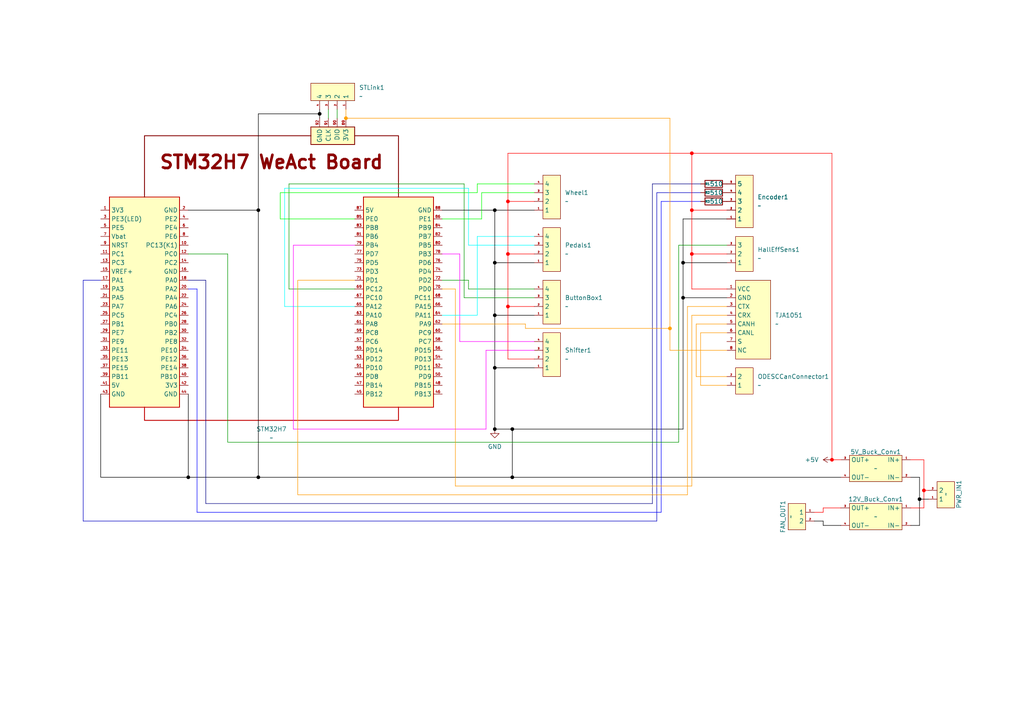
<source format=kicad_sch>
(kicad_sch (version 20250114) (generator "eeschema") (generator_version "9.0")
  (paper "A4")
  (lib_symbols
    (symbol "Buck Converter:Buck_Converter"
      (property "Reference" "U" (at 0 0 0))
      (symbol "Buck_Converter_1_1"
        (rectangle (start -7.62 3.81) (end 7.62 -3.81) (fill (type color) (color 255 255 194 1)))
        (pin power_out line (at -10.16 2.54 0) (length 2.54) (name "OUT+") (number "3"))
        (pin power_out line (at -10.16 -2.54 0) (length 2.54) (name "OUT-") (number "4"))
        (pin power_in line (at 10.16 2.54 180) (length 2.54) (name "IN+") (number "1"))
        (pin power_in line (at 10.16 -2.54 180) (length 2.54) (name "IN-") (number "2"))
      )
    )
    (symbol "Device:R" (pin_numbers (hide yes)) (pin_names (offset 0))
      (property "Reference" "R" (at 2.032 0 90))
      (property "Value" "R" (at 0 0 90))
      (symbol "R_0_1"
        (rectangle (start -1.016 -2.54) (end 1.016 2.54) (stroke (width 0.254)))
      )
      (symbol "R_1_1"
        (pin passive line (at 0 3.81 270) (length 1.27) (name "~") (number "1"))
        (pin passive line (at 0 -3.81 90) (length 1.27) (name "~") (number "2"))
      )
    )
    (symbol "JST XH Connectors:2P"
      (property "Reference" "U" (at 3.81 3.81 0))
      (symbol "2P_1_1"
        (rectangle (start -3.81 2.54) (end 3.81 -2.54) (fill (type color) (color 255 255 194 1)))
        (pin bidirectional line (at -1.27 5.08 270) (length 2.54) (name "1") (number "1"))
        (pin bidirectional line (at 1.27 5.08 270) (length 2.54) (name "2") (number "2"))
      )
    )
    (symbol "JST XH Connectors:3P"
      (property "Reference" "U" (at 3.81 -2.54 0))
      (symbol "3P_1_1"
        (rectangle (start -1.27 1.27) (end 8.89 -3.81) (fill (type color) (color 255 255 194 1)))
        (pin bidirectional line (at 1.27 3.81 270) (length 2.54) (name "1") (number "1"))
        (pin bidirectional line (at 3.81 3.81 270) (length 2.54) (name "2") (number "2"))
        (pin bidirectional line (at 6.35 3.81 270) (length 2.54) (name "3") (number "3"))
      )
    )
    (symbol "JST XH Connectors:4P"
      (property "Reference" "U" (at 0 -1.524 0))
      (symbol "4P_1_1"
        (rectangle (start -6.35 2.54) (end 6.35 -2.54) (fill (type color) (color 255 255 194 1)))
        (pin bidirectional line (at -3.81 5.08 270) (length 2.54) (name "1") (number "1"))
        (pin bidirectional line (at -1.27 5.08 270) (length 2.54) (name "2") (number "2"))
        (pin bidirectional line (at 1.27 5.08 270) (length 2.54) (name "3") (number "3"))
        (pin bidirectional line (at 3.81 5.08 270) (length 2.54) (name "4") (number "4"))
      )
    )
    (symbol "JST XH Connectors:5P"
      (property "Reference" "U" (at 0 -1.27 0))
      (symbol "5P_1_1"
        (rectangle (start -7.62 2.54) (end 7.62 -2.54) (fill (type color) (color 255 255 194 1)))
        (pin bidirectional line (at -5.08 5.08 270) (length 2.54) (name "1") (number "1"))
        (pin bidirectional line (at -2.54 5.08 270) (length 2.54) (name "2") (number "2"))
        (pin bidirectional line (at 0 5.08 270) (length 2.54) (name "3") (number "3"))
        (pin bidirectional line (at 2.54 5.08 270) (length 2.54) (name "4") (number "4"))
        (pin bidirectional line (at 5.08 5.08 270) (length 2.54) (name "5") (number "5"))
      )
    )
    (symbol "STM32H7 Board:STM32H7_WeAct_Board"
      (property "Reference" "STM32H7" (at 0 -36.83 0))
      (property "Value" "~" (at 0 -39.37 0))
      (symbol "STM32H7_WeAct_Board_1_1"
        (rectangle (start -46.99 30.48) (end -26.67 -30.48) (stroke (width 0.254) (color 194 0 0 1)) (fill (type color) (color 255 255 194 1)))
        (polyline (pts (xy -36.83 -30.48) (xy -36.83 -34.29) (xy 36.83 -34.29) (xy 36.83 -30.48)) (stroke (width 0.254) (color 194 0 0 1)))
        (rectangle (start 11.43 50.8) (end 24.13 45.72) (stroke (width 0.254)) (fill (type color) (color 255 255 194 1)))
        (polyline (pts (xy 11.43 48.26) (xy -36.83 48.26) (xy -36.83 30.48)) (stroke (width 0.254)))
        (rectangle (start 26.67 30.48) (end 46.99 -30.48) (stroke (width 0.254) (color 194 0 0 1)) (fill (type color) (color 255 255 194 1)))
        (polyline (pts (xy 36.83 30.48) (xy 36.83 48.26) (xy 24.13 48.26)) (stroke (width 0.254)))
        (text "STM32H7 WeAct Board" (at 0 40.64 0) (effects (font (size 3.81 3.81) (thickness 0.762) (bold yes))))
        (pin bidirectional line (at -49.53 26.67 0) (length 2.54) (name "3V3") (number "1"))
        (pin bidirectional line (at -49.53 24.13 0) (length 2.54) (name "PE3(LED)") (number "3"))
        (pin bidirectional line (at -49.53 21.59 0) (length 2.54) (name "PE5") (number "5"))
        (pin bidirectional line (at -49.53 19.05 0) (length 2.54) (name "Vbat") (number "7"))
        (pin bidirectional line (at -49.53 16.51 0) (length 2.54) (name "NRST") (number "9"))
        (pin bidirectional line (at -49.53 13.97 0) (length 2.54) (name "PC1") (number "11"))
        (pin bidirectional line (at -49.53 11.43 0) (length 2.54) (name "PC3") (number "13"))
        (pin bidirectional line (at -49.53 8.89 0) (length 2.54) (name "VREF+") (number "15"))
        (pin bidirectional line (at -49.53 6.35 0) (length 2.54) (name "PA1") (number "17"))
        (pin bidirectional line (at -49.53 3.81 0) (length 2.54) (name "PA3") (number "19"))
        (pin bidirectional line (at -49.53 1.27 0) (length 2.54) (name "PA5") (number "21"))
        (pin bidirectional line (at -49.53 -1.27 0) (length 2.54) (name "PA7") (number "23"))
        (pin bidirectional line (at -49.53 -3.81 0) (length 2.54) (name "PC5") (number "25"))
        (pin bidirectional line (at -49.53 -6.35 0) (length 2.54) (name "PB1") (number "27"))
        (pin bidirectional line (at -49.53 -8.89 0) (length 2.54) (name "PE7") (number "29"))
        (pin bidirectional line (at -49.53 -11.43 0) (length 2.54) (name "PE9") (number "31"))
        (pin bidirectional line (at -49.53 -13.97 0) (length 2.54) (name "PE11") (number "33"))
        (pin bidirectional line (at -49.53 -16.51 0) (length 2.54) (name "PE13") (number "35"))
        (pin bidirectional line (at -49.53 -19.05 0) (length 2.54) (name "PE15") (number "37"))
        (pin bidirectional line (at -49.53 -21.59 0) (length 2.54) (name "PB11") (number "39"))
        (pin bidirectional line (at -49.53 -24.13 0) (length 2.54) (name "5V") (number "41"))
        (pin bidirectional line (at -49.53 -26.67 0) (length 2.54) (name "GND") (number "43"))
        (pin bidirectional line (at -24.13 26.67 180) (length 2.54) (name "GND") (number "2"))
        (pin bidirectional line (at -24.13 24.13 180) (length 2.54) (name "PE2") (number "4"))
        (pin bidirectional line (at -24.13 21.59 180) (length 2.54) (name "PE4") (number "6"))
        (pin bidirectional line (at -24.13 19.05 180) (length 2.54) (name "PE6") (number "8"))
        (pin bidirectional line (at -24.13 16.51 180) (length 2.54) (name "PC13(K1)") (number "10"))
        (pin bidirectional line (at -24.13 13.97 180) (length 2.54) (name "PC0") (number "12"))
        (pin bidirectional line (at -24.13 11.43 180) (length 2.54) (name "PC2") (number "14"))
        (pin bidirectional line (at -24.13 8.89 180) (length 2.54) (name "GND") (number "16"))
        (pin bidirectional line (at -24.13 6.35 180) (length 2.54) (name "PA0") (number "18"))
        (pin bidirectional line (at -24.13 3.81 180) (length 2.54) (name "PA2") (number "20"))
        (pin bidirectional line (at -24.13 1.27 180) (length 2.54) (name "PA4") (number "22"))
        (pin bidirectional line (at -24.13 -1.27 180) (length 2.54) (name "PA6") (number "24"))
        (pin bidirectional line (at -24.13 -3.81 180) (length 2.54) (name "PC4") (number "26"))
        (pin bidirectional line (at -24.13 -6.35 180) (length 2.54) (name "PB0") (number "28"))
        (pin bidirectional line (at -24.13 -8.89 180) (length 2.54) (name "PB2") (number "30"))
        (pin bidirectional line (at -24.13 -11.43 180) (length 2.54) (name "PE8") (number "32"))
        (pin bidirectional line (at -24.13 -13.97 180) (length 2.54) (name "PE10") (number "34"))
        (pin bidirectional line (at -24.13 -16.51 180) (length 2.54) (name "PE12") (number "36"))
        (pin bidirectional line (at -24.13 -19.05 180) (length 2.54) (name "PE14") (number "38"))
        (pin bidirectional line (at -24.13 -21.59 180) (length 2.54) (name "PB10") (number "40"))
        (pin bidirectional line (at -24.13 -24.13 180) (length 2.54) (name "3V3") (number "42"))
        (pin bidirectional line (at -24.13 -26.67 180) (length 2.54) (name "GND") (number "44"))
        (pin bidirectional line (at 13.97 53.34 270) (length 2.54) (name "GND") (number "92"))
        (pin bidirectional line (at 16.51 53.34 270) (length 2.54) (name "CLK") (number "91"))
        (pin bidirectional line (at 19.05 53.34 270) (length 2.54) (name "DIO") (number "90"))
        (pin bidirectional line (at 21.59 53.34 270) (length 2.54) (name "3V3") (number "89"))
        (pin bidirectional line (at 24.13 26.67 0) (length 2.54) (name "5V") (number "87"))
        (pin bidirectional line (at 24.13 24.13 0) (length 2.54) (name "PE0") (number "85"))
        (pin bidirectional line (at 24.13 21.59 0) (length 2.54) (name "PB8") (number "83"))
        (pin bidirectional line (at 24.13 19.05 0) (length 2.54) (name "PB6") (number "81"))
        (pin bidirectional line (at 24.13 16.51 0) (length 2.54) (name "PB4") (number "79"))
        (pin bidirectional line (at 24.13 13.97 0) (length 2.54) (name "PD7") (number "77"))
        (pin bidirectional line (at 24.13 11.43 0) (length 2.54) (name "PD5") (number "75"))
        (pin bidirectional line (at 24.13 8.89 0) (length 2.54) (name "PD3") (number "73"))
        (pin bidirectional line (at 24.13 6.35 0) (length 2.54) (name "PD1") (number "71"))
        (pin bidirectional line (at 24.13 3.81 0) (length 2.54) (name "PC12") (number "69"))
        (pin bidirectional line (at 24.13 1.27 0) (length 2.54) (name "PC10") (number "67"))
        (pin bidirectional line (at 24.13 -1.27 0) (length 2.54) (name "PA12") (number "65"))
        (pin bidirectional line (at 24.13 -3.81 0) (length 2.54) (name "PA10") (number "63"))
        (pin bidirectional line (at 24.13 -6.35 0) (length 2.54) (name "PA8") (number "61"))
        (pin bidirectional line (at 24.13 -8.89 0) (length 2.54) (name "PC8") (number "59"))
        (pin bidirectional line (at 24.13 -11.43 0) (length 2.54) (name "PC6") (number "57"))
        (pin bidirectional line (at 24.13 -13.97 0) (length 2.54) (name "PD14") (number "55"))
        (pin bidirectional line (at 24.13 -16.51 0) (length 2.54) (name "PD12") (number "53"))
        (pin bidirectional line (at 24.13 -19.05 0) (length 2.54) (name "PD10") (number "51"))
        (pin bidirectional line (at 24.13 -21.59 0) (length 2.54) (name "PD8") (number "49"))
        (pin bidirectional line (at 24.13 -24.13 0) (length 2.54) (name "PB14") (number "47"))
        (pin bidirectional line (at 24.13 -26.67 0) (length 2.54) (name "PB12") (number "45"))
        (pin bidirectional line (at 49.53 26.67 180) (length 2.54) (name "GND") (number "88"))
        (pin bidirectional line (at 49.53 24.13 180) (length 2.54) (name "PE1") (number "86"))
        (pin bidirectional line (at 49.53 21.59 180) (length 2.54) (name "PB9") (number "84"))
        (pin bidirectional line (at 49.53 19.05 180) (length 2.54) (name "PB7") (number "82"))
        (pin bidirectional line (at 49.53 16.51 180) (length 2.54) (name "PB5") (number "80"))
        (pin bidirectional line (at 49.53 13.97 180) (length 2.54) (name "PB3") (number "78"))
        (pin bidirectional line (at 49.53 11.43 180) (length 2.54) (name "PD6") (number "76"))
        (pin bidirectional line (at 49.53 8.89 180) (length 2.54) (name "PD4") (number "74"))
        (pin bidirectional line (at 49.53 6.35 180) (length 2.54) (name "PD2") (number "72"))
        (pin bidirectional line (at 49.53 3.81 180) (length 2.54) (name "PD0") (number "70"))
        (pin bidirectional line (at 49.53 1.27 180) (length 2.54) (name "PC11") (number "68"))
        (pin bidirectional line (at 49.53 -1.27 180) (length 2.54) (name "PA15") (number "66"))
        (pin bidirectional line (at 49.53 -3.81 180) (length 2.54) (name "PA11") (number "64"))
        (pin bidirectional line (at 49.53 -6.35 180) (length 2.54) (name "PA9") (number "62"))
        (pin bidirectional line (at 49.53 -8.89 180) (length 2.54) (name "PC9") (number "60"))
        (pin bidirectional line (at 49.53 -11.43 180) (length 2.54) (name "PC7") (number "58"))
        (pin bidirectional line (at 49.53 -13.97 180) (length 2.54) (name "PD15") (number "56"))
        (pin bidirectional line (at 49.53 -16.51 180) (length 2.54) (name "PD13") (number "54"))
        (pin bidirectional line (at 49.53 -19.05 180) (length 2.54) (name "PD11") (number "52"))
        (pin bidirectional line (at 49.53 -21.59 180) (length 2.54) (name "PD9") (number "50"))
        (pin bidirectional line (at 49.53 -24.13 180) (length 2.54) (name "PB15") (number "48"))
        (pin bidirectional line (at 49.53 -26.67 180) (length 2.54) (name "PB13") (number "46"))
      )
    )
    (symbol "TJA1051 Board:TJA1051_Board"
      (property "Reference" "U" (at 6.35 -6.35 0))
      (symbol "TJA1051_Board_1_1"
        (rectangle (start -2.54 5.08) (end 7.62 -17.78) (fill (type color) (color 255 255 194 1)))
        (pin bidirectional line (at -5.08 2.54 0) (length 2.54) (name "VCC") (number "1"))
        (pin bidirectional line (at -5.08 0 0) (length 2.54) (name "GND") (number "2"))
        (pin bidirectional line (at -5.08 -2.54 0) (length 2.54) (name "CTX") (number "3"))
        (pin bidirectional line (at -5.08 -5.08 0) (length 2.54) (name "CRX") (number "4"))
        (pin bidirectional line (at -5.08 -7.62 0) (length 2.54) (name "CANH") (number "5"))
        (pin bidirectional line (at -5.08 -10.16 0) (length 2.54) (name "CANL") (number "6"))
        (pin bidirectional line (at -5.08 -12.7 0) (length 2.54) (name "S") (number "7"))
        (pin bidirectional line (at -5.08 -15.24 0) (length 2.54) (name "NC") (number "8"))
      )
    )
    (symbol "power:+5V" (power) (pin_numbers (hide yes)) (pin_names (offset 0) (hide yes))
      (property "Value" "+5V" (at 0 3.556 0))
      (symbol "+5V_0_1"
        (polyline (pts (xy -0.762 1.27) (xy 0 2.54)))
        (polyline (pts (xy 0 2.54) (xy 0.762 1.27)))
        (polyline (pts (xy 0 0) (xy 0 2.54)))
      )
      (symbol "+5V_1_1"
        (pin power_in line (at 0 0 90) (length 0) (name "~") (number "1"))
      )
    )
    (symbol "power:GND" (power) (pin_numbers (hide yes)) (pin_names (offset 0) (hide yes))
      (property "Value" "GND" (at 0 -3.81 0))
      (symbol "GND_0_1"
        (polyline (pts (xy 0 0) (xy 0 -1.27) (xy 1.27 -1.27) (xy 0 -2.54) (xy -1.27 -1.27) (xy 0 -1.27)))
      )
      (symbol "GND_1_1"
        (pin power_in line (at 0 0 270) (length 0) (name "~") (number "1"))
      )
    )
  )
  (junction (at 147.32 58.42) (color 255 0 0 1))
  (junction (at 92.71 33.02) (color 0 0 0 1))
  (junction (at 148.59 138.43) (color 0 0 0 1))
  (junction (at 200.66 44.45) (color 255 0 0 1))
  (junction (at 267.97 142.24) (color 255 0 0 1))
  (junction (at 74.93 60.96) (color 0 0 0 1))
  (junction (at 143.51 60.96) (color 0 0 0 1))
  (junction (at 241.3 133.35) (color 255 0 0 1))
  (junction (at 266.7 144.78) (color 0 0 0 1))
  (junction (at 74.93 138.43) (color 0 0 0 1))
  (junction (at 147.32 73.66) (color 255 0 0 1))
  (junction (at 147.32 88.9) (color 255 0 0 1))
  (junction (at 54.61 138.43) (color 0 0 0 1))
  (junction (at 198.12 86.36) (color 0 0 0 1))
  (junction (at 143.51 76.2) (color 0 0 0 1))
  (junction (at 148.59 124.46) (color 0 0 0 1))
  (junction (at 194.31 95.25) (color 255 153 0 1))
  (junction (at 143.51 124.46) (color 0 0 0 1))
  (junction (at 200.66 60.96) (color 255 0 0 1))
  (junction (at 100.33 34.29) (color 255 153 0 1))
  (junction (at 143.51 91.44) (color 0 0 0 1))
  (junction (at 200.66 73.66) (color 255 0 0 1))
  (junction (at 143.51 106.68) (color 0 0 0 1))
  (junction (at 198.12 76.2) (color 0 0 0 1))
  (wire (pts (xy 264.16 152.4) (xy 266.7 152.4)) (stroke (width 0) (color 0 0 0 1)))
  (wire (pts (xy 66.04 128.27) (xy 196.85 128.27)))
  (wire (pts (xy 83.82 83.82) (xy 83.82 53.34)))
  (wire (pts (xy 200.66 44.45) (xy 200.66 60.96)) (stroke (width 0) (color 255 0 0 1)))
  (wire (pts (xy 133.35 73.66) (xy 133.35 99.06)) (stroke (width 0) (color 255 0 255 1)))
  (wire (pts (xy 198.12 76.2) (xy 210.82 76.2)) (stroke (width 0) (color 0 0 0 1)))
  (wire (pts (xy 194.31 101.6) (xy 194.31 95.25)) (stroke (width 0) (color 255 153 0 1)))
  (wire (pts (xy 82.55 54.61) (xy 82.55 88.9)) (stroke (width 0) (color 0 255 255 1)))
  (wire (pts (xy 85.09 71.12) (xy 85.09 124.46)) (stroke (width 0) (color 255 0 255 1)))
  (wire (pts (xy 154.94 53.34) (xy 138.43 53.34)) (stroke (width 0) (color 0 255 0 1)))
  (wire (pts (xy 198.12 76.2) (xy 198.12 86.36)) (stroke (width 0) (color 0 0 0 1)))
  (wire (pts (xy 148.59 138.43) (xy 243.84 138.43)) (stroke (width 0) (color 0 0 0 1)))
  (wire (pts (xy 135.89 83.82) (xy 154.94 83.82)))
  (wire (pts (xy 128.27 93.98) (xy 152.4 93.98)) (stroke (width 0) (color 255 153 0 1)))
  (wire (pts (xy 83.82 53.34) (xy 134.62 53.34)))
  (wire (pts (xy 138.43 91.44) (xy 128.27 91.44)) (stroke (width 0) (color 0 255 255 1)))
  (wire (pts (xy 189.23 53.34) (xy 189.23 146.05)) (stroke (width 0) (color 0 0 132 1)))
  (wire (pts (xy 203.2 53.34) (xy 189.23 53.34)) (stroke (width 0) (color 0 0 132 1)))
  (wire (pts (xy 147.32 88.9) (xy 147.32 104.14)) (stroke (width 0) (color 255 0 0 1)))
  (wire (pts (xy 203.2 96.52) (xy 210.82 96.52)) (stroke (width 0) (color 255 153 0 1)))
  (wire (pts (xy 135.89 71.12) (xy 135.89 54.61)) (stroke (width 0) (color 0 255 255 1)))
  (wire (pts (xy 203.2 111.76) (xy 203.2 96.52)) (stroke (width 0) (color 255 153 0 1)))
  (wire (pts (xy 152.4 93.98) (xy 152.4 95.25)) (stroke (width 0) (color 255 153 0 1)))
  (wire (pts (xy 266.7 152.4) (xy 266.7 144.78)) (stroke (width 0) (color 0 0 0 1)))
  (wire (pts (xy 267.97 147.32) (xy 267.97 142.24)) (stroke (width 0) (color 255 0 0 1)))
  (wire (pts (xy 152.4 95.25) (xy 194.31 95.25)) (stroke (width 0) (color 255 153 0 1)))
  (wire (pts (xy 201.93 109.22) (xy 210.82 109.22)) (stroke (width 0) (color 255 153 0 1)))
  (wire (pts (xy 128.27 83.82) (xy 132.08 83.82)) (stroke (width 0) (color 255 153 0 1)))
  (wire (pts (xy 140.97 101.6) (xy 140.97 124.46)) (stroke (width 0) (color 255 0 255 1)))
  (wire (pts (xy 194.31 34.29) (xy 100.33 34.29)) (stroke (width 0) (color 255 153 0 1)))
  (wire (pts (xy 267.97 142.24) (xy 267.97 133.35)) (stroke (width 0) (color 255 0 0 1)))
  (wire (pts (xy 82.55 88.9) (xy 102.87 88.9)) (stroke (width 0) (color 0 255 255 1)))
  (wire (pts (xy 147.32 104.14) (xy 154.94 104.14)) (stroke (width 0) (color 255 0 0 1)))
  (wire (pts (xy 128.27 63.5) (xy 139.7 63.5)) (stroke (width 0) (color 0 255 0 1)))
  (wire (pts (xy 198.12 63.5) (xy 210.82 63.5)) (stroke (width 0) (color 0 0 0 1)))
  (wire (pts (xy 128.27 81.28) (xy 135.89 81.28)))
  (wire (pts (xy 266.7 144.78) (xy 266.7 138.43)) (stroke (width 0) (color 0 0 0 1)))
  (wire (pts (xy 54.61 73.66) (xy 66.04 73.66)))
  (wire (pts (xy 66.04 73.66) (xy 66.04 128.27)))
  (wire (pts (xy 143.51 76.2) (xy 143.51 91.44)) (stroke (width 0) (color 0 0 0 1)))
  (wire (pts (xy 102.87 71.12) (xy 85.09 71.12)) (stroke (width 0) (color 255 0 255 1)))
  (wire (pts (xy 97.79 31.75) (xy 97.79 34.29)))
  (wire (pts (xy 74.93 138.43) (xy 148.59 138.43)) (stroke (width 0) (color 0 0 0 1)))
  (wire (pts (xy 74.93 33.02) (xy 74.93 60.96)) (stroke (width 0) (color 0 0 0 1)))
  (wire (pts (xy 148.59 124.46) (xy 198.12 124.46)) (stroke (width 0) (color 0 0 0 1)))
  (wire (pts (xy 138.43 68.58) (xy 138.43 91.44)) (stroke (width 0) (color 0 255 255 1)))
  (wire (pts (xy 154.94 91.44) (xy 143.51 91.44)) (stroke (width 0) (color 0 0 0 1)))
  (wire (pts (xy 154.94 71.12) (xy 135.89 71.12)) (stroke (width 0) (color 0 255 255 1)))
  (wire (pts (xy 191.77 148.59) (xy 57.15 148.59)) (stroke (width 0) (color 0 0 255 1)))
  (wire (pts (xy 147.32 58.42) (xy 154.94 58.42)) (stroke (width 0) (color 255 0 0 1)))
  (wire (pts (xy 200.66 83.82) (xy 210.82 83.82)) (stroke (width 0) (color 255 0 0 1)))
  (wire (pts (xy 85.09 124.46) (xy 140.97 124.46)) (stroke (width 0) (color 255 0 255 1)))
  (wire (pts (xy 102.87 81.28) (xy 86.36 81.28)) (stroke (width 0) (color 255 153 0 1)))
  (wire (pts (xy 135.89 81.28) (xy 135.89 83.82)))
  (wire (pts (xy 57.15 148.59) (xy 57.15 83.82)) (stroke (width 0) (color 0 0 255 1)))
  (wire (pts (xy 198.12 63.5) (xy 198.12 76.2)) (stroke (width 0) (color 0 0 0 1)))
  (wire (pts (xy 200.66 73.66) (xy 200.66 60.96)) (stroke (width 0) (color 255 0 0 1)))
  (wire (pts (xy 147.32 73.66) (xy 154.94 73.66)) (stroke (width 0) (color 255 0 0 1)))
  (wire (pts (xy 199.39 143.51) (xy 199.39 88.9)) (stroke (width 0) (color 255 153 0 1)))
  (wire (pts (xy 154.94 60.96) (xy 143.51 60.96)) (stroke (width 0) (color 0 0 0 1)))
  (wire (pts (xy 238.76 152.4) (xy 238.76 151.13)) (stroke (width 0) (color 0 0 0 1)))
  (wire (pts (xy 203.2 58.42) (xy 191.77 58.42)) (stroke (width 0) (color 0 0 255 1)))
  (wire (pts (xy 238.76 151.13) (xy 236.22 151.13)) (stroke (width 0) (color 0 0 0 1)))
  (wire (pts (xy 81.28 63.5) (xy 102.87 63.5)) (stroke (width 0) (color 0 255 0 1)))
  (wire (pts (xy 266.7 138.43) (xy 264.16 138.43)) (stroke (width 0) (color 0 0 0 1)))
  (wire (pts (xy 154.94 76.2) (xy 143.51 76.2)) (stroke (width 0) (color 0 0 0 1)))
  (wire (pts (xy 140.97 101.6) (xy 154.94 101.6)) (stroke (width 0) (color 255 0 255 1)))
  (wire (pts (xy 198.12 86.36) (xy 210.82 86.36)) (stroke (width 0) (color 0 0 0 1)))
  (wire (pts (xy 154.94 68.58) (xy 138.43 68.58)) (stroke (width 0) (color 0 255 255 1)))
  (wire (pts (xy 54.61 60.96) (xy 74.93 60.96)) (stroke (width 0) (color 0 0 0 1)))
  (wire (pts (xy 59.69 146.05) (xy 59.69 81.28)) (stroke (width 0) (color 0 0 132 1)))
  (wire (pts (xy 191.77 58.42) (xy 191.77 148.59)) (stroke (width 0) (color 0 0 255 1)))
  (wire (pts (xy 200.66 140.97) (xy 132.08 140.97)) (stroke (width 0) (color 255 153 0 1)))
  (wire (pts (xy 147.32 44.45) (xy 200.66 44.45)) (stroke (width 0) (color 255 0 0 1)))
  (wire (pts (xy 201.93 109.22) (xy 201.93 93.98)) (stroke (width 0) (color 255 153 0 1)))
  (wire (pts (xy 86.36 143.51) (xy 199.39 143.51)) (stroke (width 0) (color 255 153 0 1)))
  (wire (pts (xy 29.21 138.43) (xy 54.61 138.43)) (stroke (width 0) (color 0 0 0 1)))
  (wire (pts (xy 243.84 133.35) (xy 241.3 133.35)) (stroke (width 0) (color 255 0 0 1)))
  (wire (pts (xy 203.2 55.88) (xy 190.5 55.88)) (stroke (width 0) (color 0 0 194 1)))
  (wire (pts (xy 267.97 133.35) (xy 264.16 133.35)) (stroke (width 0) (color 255 0 0 1)))
  (wire (pts (xy 147.32 73.66) (xy 147.32 88.9)) (stroke (width 0) (color 255 0 0 1)))
  (wire (pts (xy 134.62 53.34) (xy 134.62 86.36)))
  (wire (pts (xy 128.27 60.96) (xy 143.51 60.96)) (stroke (width 0) (color 0 0 0 1)))
  (wire (pts (xy 190.5 55.88) (xy 190.5 151.13)) (stroke (width 0) (color 0 0 194 1)))
  (wire (pts (xy 138.43 53.34) (xy 138.43 55.88)) (stroke (width 0) (color 0 255 0 1)))
  (wire (pts (xy 241.3 44.45) (xy 200.66 44.45)) (stroke (width 0) (color 255 0 0 1)))
  (wire (pts (xy 201.93 93.98) (xy 210.82 93.98)) (stroke (width 0) (color 255 153 0 1)))
  (wire (pts (xy 148.59 138.43) (xy 148.59 124.46)) (stroke (width 0) (color 0 0 0 1)))
  (wire (pts (xy 81.28 55.88) (xy 81.28 63.5)) (stroke (width 0) (color 0 255 0 1)))
  (wire (pts (xy 86.36 81.28) (xy 86.36 143.51)) (stroke (width 0) (color 255 153 0 1)))
  (wire (pts (xy 143.51 106.68) (xy 143.51 124.46)) (stroke (width 0) (color 0 0 0 1)))
  (wire (pts (xy 199.39 88.9) (xy 210.82 88.9)) (stroke (width 0) (color 255 153 0 1)))
  (wire (pts (xy 189.23 146.05) (xy 59.69 146.05)) (stroke (width 0) (color 0 0 132 1)))
  (wire (pts (xy 238.76 148.59) (xy 236.22 148.59)) (stroke (width 0) (color 255 0 0 1)))
  (wire (pts (xy 147.32 88.9) (xy 154.94 88.9)) (stroke (width 0) (color 255 0 0 1)))
  (wire (pts (xy 132.08 140.97) (xy 132.08 83.82)) (stroke (width 0) (color 255 153 0 1)))
  (wire (pts (xy 135.89 54.61) (xy 82.55 54.61)) (stroke (width 0) (color 0 255 255 1)))
  (wire (pts (xy 238.76 147.32) (xy 238.76 148.59)) (stroke (width 0) (color 255 0 0 1)))
  (wire (pts (xy 203.2 111.76) (xy 210.82 111.76)) (stroke (width 0) (color 255 153 0 1)))
  (wire (pts (xy 143.51 60.96) (xy 143.51 76.2)) (stroke (width 0) (color 0 0 0 1)))
  (wire (pts (xy 54.61 138.43) (xy 74.93 138.43)) (stroke (width 0) (color 0 0 0 1)))
  (wire (pts (xy 269.24 142.24) (xy 267.97 142.24)) (stroke (width 0) (color 255 0 0 1)))
  (wire (pts (xy 200.66 60.96) (xy 210.82 60.96)) (stroke (width 0) (color 255 0 0 1)))
  (wire (pts (xy 269.24 144.78) (xy 266.7 144.78)) (stroke (width 0) (color 0 0 0 1)))
  (wire (pts (xy 74.93 33.02) (xy 92.71 33.02)) (stroke (width 0) (color 0 0 0 1)))
  (wire (pts (xy 196.85 71.12) (xy 210.82 71.12)))
  (wire (pts (xy 29.21 114.3) (xy 29.21 138.43)) (stroke (width 0) (color 0 0 0 1)))
  (wire (pts (xy 243.84 152.4) (xy 238.76 152.4)) (stroke (width 0) (color 0 0 0 1)))
  (wire (pts (xy 24.13 151.13) (xy 24.13 81.28)) (stroke (width 0) (color 0 0 194 1)))
  (wire (pts (xy 59.69 81.28) (xy 54.61 81.28)) (stroke (width 0) (color 0 0 132 1)))
  (wire (pts (xy 200.66 91.44) (xy 200.66 140.97)) (stroke (width 0) (color 255 153 0 1)))
  (wire (pts (xy 241.3 44.45) (xy 241.3 133.35)) (stroke (width 0) (color 255 0 0 1)))
  (wire (pts (xy 54.61 114.3) (xy 54.61 138.43)) (stroke (width 0) (color 0 0 0 1)))
  (wire (pts (xy 200.66 83.82) (xy 200.66 73.66)) (stroke (width 0) (color 255 0 0 1)))
  (wire (pts (xy 134.62 86.36) (xy 154.94 86.36)))
  (wire (pts (xy 139.7 55.88) (xy 139.7 63.5)) (stroke (width 0) (color 0 255 0 1)))
  (wire (pts (xy 143.51 91.44) (xy 143.51 106.68)) (stroke (width 0) (color 0 0 0 1)))
  (wire (pts (xy 57.15 83.82) (xy 54.61 83.82)) (stroke (width 0) (color 0 0 255 1)))
  (wire (pts (xy 190.5 151.13) (xy 24.13 151.13)) (stroke (width 0) (color 0 0 194 1)))
  (wire (pts (xy 24.13 81.28) (xy 29.21 81.28)) (stroke (width 0) (color 0 0 194 1)))
  (wire (pts (xy 92.71 33.02) (xy 92.71 34.29)) (stroke (width 0) (color 0 0 0 1)))
  (wire (pts (xy 200.66 73.66) (xy 210.82 73.66)) (stroke (width 0) (color 255 0 0 1)))
  (wire (pts (xy 154.94 106.68) (xy 143.51 106.68)) (stroke (width 0) (color 0 0 0 1)))
  (wire (pts (xy 194.31 95.25) (xy 194.31 34.29)) (stroke (width 0) (color 255 153 0 1)))
  (wire (pts (xy 264.16 147.32) (xy 267.97 147.32)) (stroke (width 0) (color 255 0 0 1)))
  (wire (pts (xy 154.94 55.88) (xy 139.7 55.88)) (stroke (width 0) (color 0 255 0 1)))
  (wire (pts (xy 147.32 58.42) (xy 147.32 73.66)) (stroke (width 0) (color 255 0 0 1)))
  (wire (pts (xy 194.31 101.6) (xy 210.82 101.6)) (stroke (width 0) (color 255 153 0 1)))
  (wire (pts (xy 133.35 99.06) (xy 154.94 99.06)) (stroke (width 0) (color 255 0 255 1)))
  (wire (pts (xy 74.93 60.96) (xy 74.93 138.43)) (stroke (width 0) (color 0 0 0 1)))
  (wire (pts (xy 148.59 124.46) (xy 143.51 124.46)) (stroke (width 0) (color 0 0 0 1)))
  (wire (pts (xy 196.85 128.27) (xy 196.85 71.12)))
  (wire (pts (xy 210.82 91.44) (xy 200.66 91.44)) (stroke (width 0) (color 255 153 0 1)))
  (wire (pts (xy 81.28 55.88) (xy 138.43 55.88)) (stroke (width 0) (color 0 255 0 1)))
  (wire (pts (xy 198.12 86.36) (xy 198.12 124.46)) (stroke (width 0) (color 0 0 0 1)))
  (wire (pts (xy 92.71 31.75) (xy 92.71 33.02)) (stroke (width 0) (color 0 0 0 1)))
  (wire (pts (xy 243.84 147.32) (xy 238.76 147.32)) (stroke (width 0) (color 255 0 0 1)))
  (wire (pts (xy 147.32 44.45) (xy 147.32 58.42)) (stroke (width 0) (color 255 0 0 1)))
  (wire (pts (xy 100.33 31.75) (xy 100.33 34.29)) (stroke (width 0) (color 255 153 0 1)))
  (wire (pts (xy 102.87 83.82) (xy 83.82 83.82)))
  (wire (pts (xy 128.27 73.66) (xy 133.35 73.66)) (stroke (width 0) (color 255 0 255 1)))
  (wire (pts (xy 95.25 31.75) (xy 95.25 34.29)))
  (symbol (lib_id "JST XH Connectors:4P") (at 96.52 26.67 180) (unit 1)
    (property "Reference" "STLink1" (at 104.14 25.3999 0) (effects (justify right)))
    (property "Value" "~" (at 104.14 27.9399 0) (effects (justify right)))
    (property "Footprint" "Connector_JST:JST_XH_B4B-XH-A_1x04_P2.50mm_Vertical" (effects (hide yes)))
  )
  (symbol (lib_id "JST XH Connectors:4P") (at 160.02 87.63 90) (unit 1)
    (property "Reference" "ButtonBox1" (at 163.83 86.3599 90) (effects (justify right)))
    (property "Value" "~" (at 163.83 88.8999 90) (effects (justify right)))
    (property "Footprint" "Connector_JST:JST_XH_B4B-XH-A_1x04_P2.50mm_Vertical" (effects (hide yes)))
  )
  (symbol (lib_id "STM32H7 Board:STM32H7_WeAct_Board") (at 78.74 87.63 0) (unit 1)
    (property "Reference" "STM32H7" (at 78.74 124.46 0))
    (property "Value" "~" (at 78.74 127 0))
    (property "Footprint" "STM32H7 Board:WeAct Board" (effects (hide yes)))
  )
  (symbol (lib_id "JST XH Connectors:4P") (at 160.02 102.87 90) (unit 1)
    (property "Reference" "Shifter1" (at 163.83 101.5999 90) (effects (justify right)))
    (property "Value" "~" (at 163.83 104.1399 90) (effects (justify right)))
    (property "Footprint" "Connector_JST:JST_XH_B4B-XH-A_1x04_P2.50mm_Vertical" (effects (hide yes)))
  )
  (symbol (lib_id "power:+5V") (at 241.3 133.35 90) (unit 1)
    (property "Reference" "#PWR02" (effects (hide yes)))
    (property "Value" "+5V" (at 237.49 133.3499 90) (effects (justify left)))
    (property "Description" "Power symbol creates a global label with name \"+5V\"" (effects (hide yes)))
  )
  (symbol (lib_id "JST XH Connectors:3P") (at 214.63 77.47 90) (unit 1)
    (property "Reference" "HallEffSens1" (at 219.71 72.3899 90) (effects (justify right)))
    (property "Value" "~" (at 219.71 74.9299 90) (effects (justify right)))
    (property "Footprint" "Connector_JST:JST_XH_B3B-XH-A_1x03_P2.50mm_Vertical" (effects (hide yes)))
  )
  (symbol (lib_id "Buck Converter:Buck_Converter") (at 254 135.89 0) (unit 1)
    (property "Reference" "5V_Buck_Conv1" (at 254 131.064 0))
    (property "Value" "~" (at 254 135.89 0))
    (property "Footprint" "Buck Converter:Buck Converter" (effects (hide yes)))
  )
  (symbol (lib_id "JST XH Connectors:2P") (at 231.14 149.86 270) (unit 1)
    (property "Reference" "FAN_OUT1" (at 227.076 149.86 0))
    (property "Value" "~" (at 229.362 149.86 0))
    (property "Footprint" "Connector_JST:JST_XH_B2B-XH-A_1x02_P2.50mm_Vertical" (effects (hide yes)))
  )
  (symbol (lib_id "Device:R") (at 207.01 58.42 90) (unit 1)
    (property "Reference" "R3" (at 205.232 58.42 90) (effects (font (size 0.635 0.635))))
    (property "Value" "510" (at 207.772 58.42 90))
    (property "Footprint" "Resistor_THT:R_Axial_DIN0207_L6.3mm_D2.5mm_P10.16mm_Horizontal" (effects (hide yes)))
    (property "Description" "Resistor" (effects (hide yes)))
  )
  (symbol (lib_id "JST XH Connectors:4P") (at 160.02 72.39 90) (unit 1)
    (property "Reference" "Pedals1" (at 163.83 71.1199 90) (effects (justify right)))
    (property "Value" "~" (at 163.83 73.6599 90) (effects (justify right)))
    (property "Footprint" "Connector_JST:JST_XH_B4B-XH-A_1x04_P2.50mm_Vertical" (effects (hide yes)))
  )
  (symbol (lib_id "JST XH Connectors:5P") (at 215.9 58.42 90) (unit 1)
    (property "Reference" "Encoder1" (at 219.71 57.1499 90) (effects (justify right)))
    (property "Value" "~" (at 219.71 59.6899 90) (effects (justify right)))
    (property "Footprint" "Connector_JST:JST_XH_B5B-XH-A_1x05_P2.50mm_Vertical" (effects (hide yes)))
  )
  (symbol (lib_id "Device:R") (at 207.01 55.88 90) (unit 1)
    (property "Reference" "R2" (at 205.232 55.88 90) (effects (font (size 0.635 0.635))))
    (property "Value" "510" (at 207.772 55.88 90))
    (property "Footprint" "Resistor_THT:R_Axial_DIN0207_L6.3mm_D2.5mm_P10.16mm_Horizontal" (effects (hide yes)))
    (property "Description" "Resistor" (effects (hide yes)))
  )
  (symbol (lib_id "Device:R") (at 207.01 53.34 90) (unit 1)
    (property "Reference" "R1" (at 205.232 53.34 90) (effects (font (size 0.635 0.635))))
    (property "Value" "510" (at 207.772 53.34 90))
    (property "Footprint" "Resistor_THT:R_Axial_DIN0207_L6.3mm_D2.5mm_P10.16mm_Horizontal" (effects (hide yes)))
    (property "Description" "Resistor" (effects (hide yes)))
  )
  (symbol (lib_id "JST XH Connectors:4P") (at 160.02 57.15 90) (unit 1)
    (property "Reference" "Wheel1" (at 163.83 55.8799 90) (effects (justify right)))
    (property "Value" "~" (at 163.83 58.4199 90) (effects (justify right)))
    (property "Footprint" "Connector_JST:JST_XH_B4B-XH-A_1x04_P2.50mm_Vertical" (effects (hide yes)))
  )
  (symbol (lib_id "TJA1051 Board:TJA1051_Board") (at 215.9 86.36 0) (unit 1)
    (property "Reference" "TJA1051" (at 224.79 91.4399 0) (effects (justify left)))
    (property "Value" "~" (at 224.79 93.9799 0) (effects (justify left)))
    (property "Footprint" "TJA1051 Board:TJA1051 Board" (effects (hide yes)))
  )
  (symbol (lib_id "Buck Converter:Buck_Converter") (at 254 149.86 0) (unit 1)
    (property "Reference" "12V_Buck_Conv1" (at 254 144.78 0))
    (property "Value" "~" (at 254 149.86 0))
    (property "Footprint" "Buck Converter:Buck Converter" (effects (hide yes)))
  )
  (symbol (lib_id "JST XH Connectors:2P") (at 215.9 110.49 90) (unit 1)
    (property "Reference" "ODESCCanConnector1" (at 219.71 109.2199 90) (effects (justify right)))
    (property "Value" "~" (at 219.71 111.7599 90) (effects (justify right)))
    (property "Footprint" "Connector_JST:JST_XH_B2B-XH-A_1x02_P2.50mm_Vertical" (effects (hide yes)))
  )
  (symbol (lib_id "power:GND") (at 143.51 124.46 0) (unit 1)
    (property "Reference" "#PWR01" (effects (hide yes)))
    (property "Value" "GND" (at 143.51 129.54 0))
    (property "Description" "Power symbol creates a global label with name \"GND\" , ground" (effects (hide yes)))
  )
  (symbol (lib_id "JST XH Connectors:2P") (at 274.32 143.51 90) (unit 1)
    (property "Reference" "PWR_IN1" (at 278.13 139.192 0) (effects (justify right)))
    (property "Value" "~" (at 274.32 142.748 0) (effects (justify right)))
    (property "Footprint" "Connector_JST:JST_XH_B2B-XH-A_1x02_P2.50mm_Vertical" (effects (hide yes)))
  )
)
</source>
